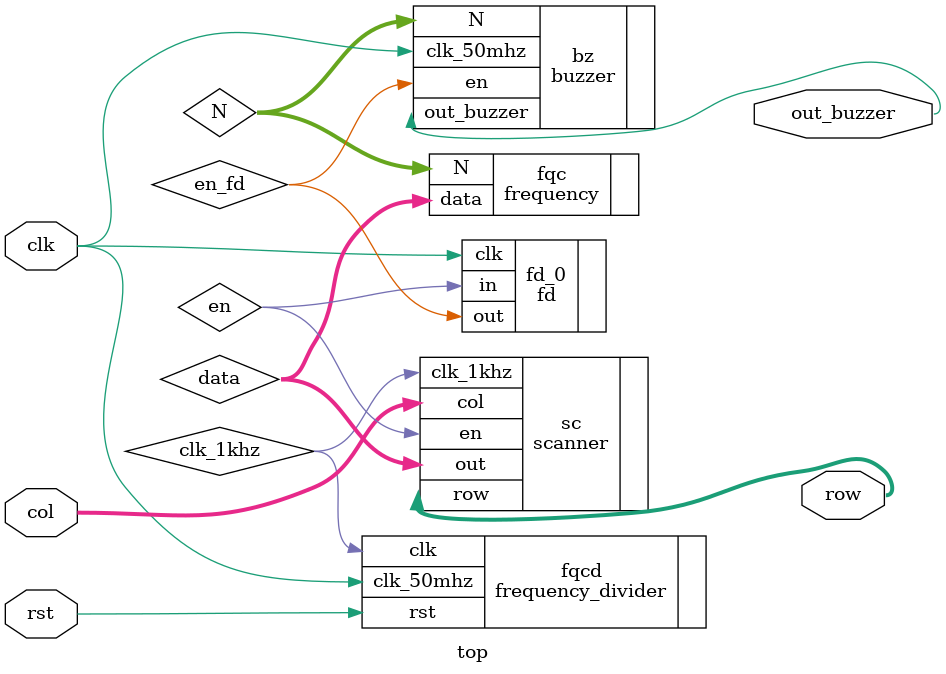
<source format=v>
module top (
    input clk,
    input rst,
    
    input [3:0] col,
    output [3:0] row,
    output out_buzzer
);
    wire [3:0] data;
    wire [16:0] N;
    wire [3:0] row_4;
    wire clk_1khz;
	wire en, en_fd;
    
    frequency_divider fqcd(
        .clk_50mhz(clk),
        .rst(rst),
        .clk(clk_1khz)
    );

    scanner sc(
        .clk_1khz(clk_1khz),
        .col(col),
        .row(row),
        .out(data),
		  .en(en)
    );

    frequency fqc (
        .data(data),
        .N(N)
    );

    fd fd_0 (
        .clk(clk),
        .in(en),
        .out(en_fd)
    );

    buzzer bz (
		.en(en_fd),
        .clk_50mhz(clk),
        .N(N),
        .out_buzzer(out_buzzer)
    );
	 
endmodule
</source>
